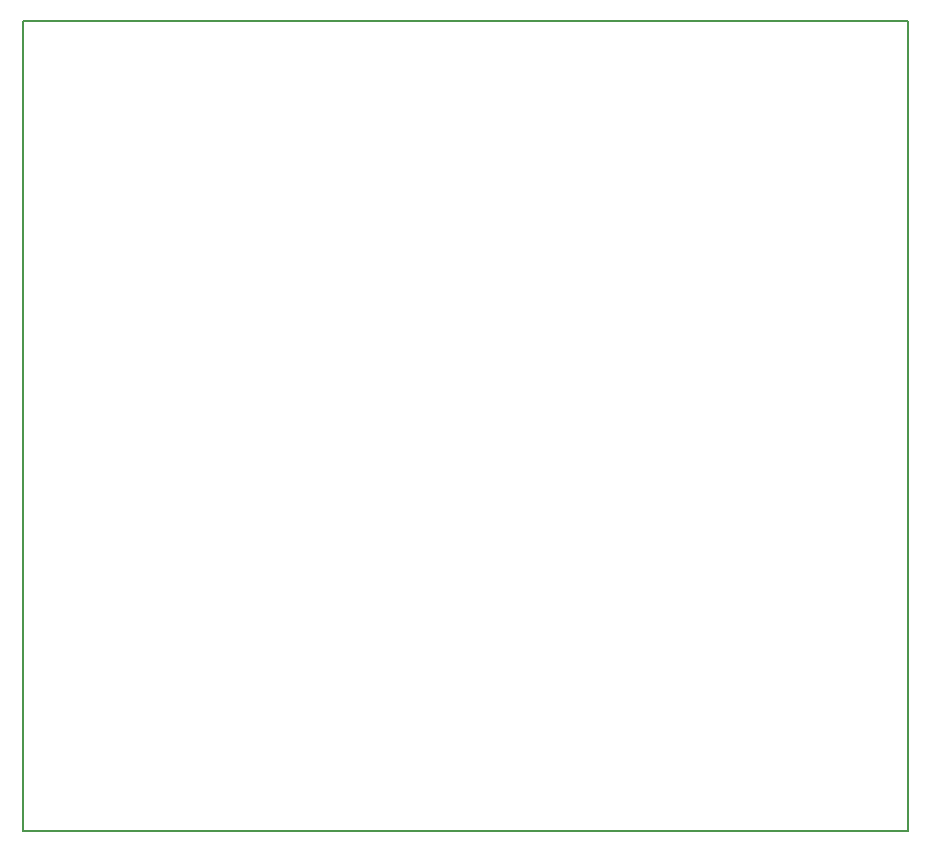
<source format=gbr>
G04 #@! TF.FileFunction,Profile,NP*
%FSLAX46Y46*%
G04 Gerber Fmt 4.6, Leading zero omitted, Abs format (unit mm)*
G04 Created by KiCad (PCBNEW 4.0.5+dfsg1-4) date Mon Jul 31 15:13:36 2017*
%MOMM*%
%LPD*%
G01*
G04 APERTURE LIST*
%ADD10C,0.100000*%
%ADD11C,0.150000*%
G04 APERTURE END LIST*
D10*
D11*
X85090000Y-53340000D02*
X160020000Y-53340000D01*
X85090000Y-121920000D02*
X85090000Y-53340000D01*
X160020000Y-121920000D02*
X85090000Y-121920000D01*
X160020000Y-53340000D02*
X160020000Y-121920000D01*
M02*

</source>
